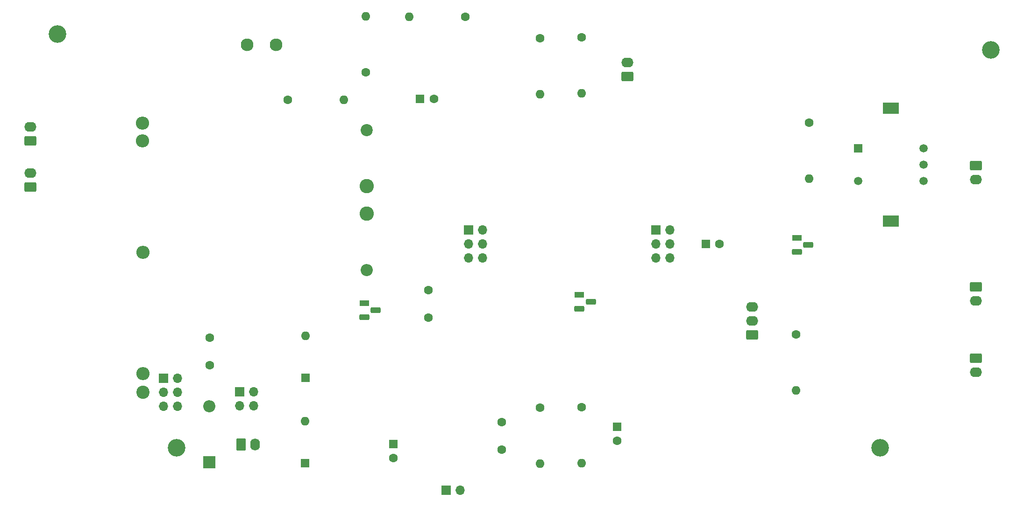
<source format=gbr>
%TF.GenerationSoftware,KiCad,Pcbnew,9.0.0*%
%TF.CreationDate,2026-01-23T13:08:47+00:00*%
%TF.ProjectId,LadybirdRadioUpdated,4c616479-6269-4726-9452-6164696f5570,rev?*%
%TF.SameCoordinates,Original*%
%TF.FileFunction,Soldermask,Bot*%
%TF.FilePolarity,Negative*%
%FSLAX46Y46*%
G04 Gerber Fmt 4.6, Leading zero omitted, Abs format (unit mm)*
G04 Created by KiCad (PCBNEW 9.0.0) date 2026-01-23 13:08:47*
%MOMM*%
%LPD*%
G01*
G04 APERTURE LIST*
G04 Aperture macros list*
%AMRoundRect*
0 Rectangle with rounded corners*
0 $1 Rounding radius*
0 $2 $3 $4 $5 $6 $7 $8 $9 X,Y pos of 4 corners*
0 Add a 4 corners polygon primitive as box body*
4,1,4,$2,$3,$4,$5,$6,$7,$8,$9,$2,$3,0*
0 Add four circle primitives for the rounded corners*
1,1,$1+$1,$2,$3*
1,1,$1+$1,$4,$5*
1,1,$1+$1,$6,$7*
1,1,$1+$1,$8,$9*
0 Add four rect primitives between the rounded corners*
20,1,$1+$1,$2,$3,$4,$5,0*
20,1,$1+$1,$4,$5,$6,$7,0*
20,1,$1+$1,$6,$7,$8,$9,0*
20,1,$1+$1,$8,$9,$2,$3,0*%
G04 Aperture macros list end*
%ADD10C,2.400000*%
%ADD11O,2.400000X2.400000*%
%ADD12R,1.600000X1.600000*%
%ADD13C,1.600000*%
%ADD14O,1.600000X1.600000*%
%ADD15R,1.700000X1.700000*%
%ADD16O,1.700000X1.700000*%
%ADD17RoundRect,0.250000X0.845000X-0.620000X0.845000X0.620000X-0.845000X0.620000X-0.845000X-0.620000X0*%
%ADD18O,2.190000X1.740000*%
%ADD19R,1.800000X1.100000*%
%ADD20RoundRect,0.275000X-0.625000X0.275000X-0.625000X-0.275000X0.625000X-0.275000X0.625000X0.275000X0*%
%ADD21C,3.200000*%
%ADD22RoundRect,0.250000X-0.845000X0.620000X-0.845000X-0.620000X0.845000X-0.620000X0.845000X0.620000X0*%
%ADD23C,2.300000*%
%ADD24RoundRect,0.250000X-0.620000X-0.845000X0.620000X-0.845000X0.620000X0.845000X-0.620000X0.845000X0*%
%ADD25O,1.740000X2.190000*%
%ADD26R,2.200000X2.200000*%
%ADD27O,2.200000X2.200000*%
%ADD28R,3.000000X2.000000*%
%ADD29R,1.520000X1.520000*%
%ADD30C,1.520000*%
%ADD31C,2.200000*%
%ADD32C,2.600000*%
G04 APERTURE END LIST*
D10*
%TO.C,L1*%
X46000000Y-106200000D03*
D11*
X46000000Y-102800000D03*
X46000000Y-80850000D03*
X45950000Y-60600000D03*
X45950000Y-57350000D03*
%TD*%
D12*
%TO.C,C5*%
X91400000Y-115617621D03*
D13*
X91400000Y-118117621D03*
%TD*%
%TO.C,R8*%
X166700000Y-57240000D03*
D14*
X166700000Y-67400000D03*
%TD*%
D15*
%TO.C,J2*%
X63560000Y-106100000D03*
D16*
X66100000Y-106100000D03*
X63560000Y-108640000D03*
X66100000Y-108640000D03*
%TD*%
D17*
%TO.C,J14*%
X133820000Y-48870000D03*
D18*
X133820000Y-46330000D03*
%TD*%
D17*
%TO.C,J12*%
X25610000Y-69000000D03*
D18*
X25610000Y-66460000D03*
%TD*%
D13*
%TO.C,R1*%
X72240000Y-53100000D03*
D14*
X82400000Y-53100000D03*
%TD*%
D15*
%TO.C,J5*%
X139000000Y-76760000D03*
D16*
X141540000Y-76760000D03*
X139000000Y-79300000D03*
X141540000Y-79300000D03*
X139000000Y-81840000D03*
X141540000Y-81840000D03*
%TD*%
D19*
%TO.C,Q3*%
X164500000Y-78220000D03*
D20*
X166570000Y-79490000D03*
X164500000Y-80760000D03*
%TD*%
D21*
%TO.C,REF\u002A\u002A*%
X199700000Y-44100000D03*
%TD*%
D12*
%TO.C,D2*%
X75400000Y-119110000D03*
D14*
X75400000Y-111490000D03*
%TD*%
D13*
%TO.C,R6*%
X125500000Y-41820000D03*
D14*
X125500000Y-51980000D03*
%TD*%
D13*
%TO.C,R7*%
X125500000Y-108920000D03*
D14*
X125500000Y-119080000D03*
%TD*%
D13*
%TO.C,C3*%
X58100000Y-101300000D03*
X58100000Y-96300000D03*
%TD*%
D22*
%TO.C,J16*%
X196990000Y-65090000D03*
D18*
X196990000Y-67630000D03*
%TD*%
D13*
%TO.C,R9*%
X164400000Y-95680000D03*
D14*
X164400000Y-105840000D03*
%TD*%
D13*
%TO.C,R2*%
X86400000Y-48160000D03*
D14*
X86400000Y-38000000D03*
%TD*%
D23*
%TO.C,C2*%
X64850000Y-43100000D03*
X70150000Y-43100000D03*
%TD*%
D13*
%TO.C,C9*%
X97700000Y-87700000D03*
X97700000Y-92700000D03*
%TD*%
D24*
%TO.C,J13*%
X63760000Y-115700000D03*
D25*
X66300000Y-115700000D03*
%TD*%
D22*
%TO.C,J17*%
X196990000Y-100060000D03*
D18*
X196990000Y-102600000D03*
%TD*%
D22*
%TO.C,J18*%
X196990000Y-87060000D03*
D18*
X196990000Y-89600000D03*
%TD*%
D19*
%TO.C,Q1*%
X86130000Y-90030000D03*
D20*
X88200000Y-91300000D03*
X86130000Y-92570000D03*
%TD*%
D13*
%TO.C,C6*%
X111000000Y-111600000D03*
X111000000Y-116600000D03*
%TD*%
D21*
%TO.C,REF\u002A\u002A*%
X52100000Y-116300000D03*
%TD*%
D13*
%TO.C,R4*%
X118000000Y-41940000D03*
D14*
X118000000Y-52100000D03*
%TD*%
D13*
%TO.C,R3*%
X104400000Y-38020000D03*
D14*
X94240000Y-38020000D03*
%TD*%
D26*
%TO.C,D3*%
X58000000Y-118880000D03*
D27*
X58000000Y-108720000D03*
%TD*%
D15*
%TO.C,J1*%
X49760000Y-103700000D03*
D16*
X52300000Y-103700000D03*
X49760000Y-106240000D03*
X52300000Y-106240000D03*
X49760000Y-108780000D03*
X52300000Y-108780000D03*
%TD*%
D13*
%TO.C,R5*%
X118000000Y-109040000D03*
D14*
X118000000Y-119200000D03*
%TD*%
D12*
%TO.C,D1*%
X75500000Y-103620000D03*
D14*
X75500000Y-96000000D03*
%TD*%
D28*
%TO.C,T1*%
X181565000Y-54620000D03*
X181565000Y-75170000D03*
D29*
X175655000Y-61900000D03*
D30*
X175655000Y-67900000D03*
X187455000Y-67900000D03*
X187455000Y-64900000D03*
X187455000Y-61900000D03*
%TD*%
D15*
%TO.C,J3*%
X100960000Y-124000000D03*
D16*
X103500000Y-124000000D03*
%TD*%
D12*
%TO.C,C4*%
X96217621Y-53000000D03*
D13*
X98717621Y-53000000D03*
%TD*%
D21*
%TO.C,REF\u002A\u002A*%
X30500000Y-41200000D03*
%TD*%
D19*
%TO.C,Q2*%
X125100000Y-88480000D03*
D20*
X127170000Y-89750000D03*
X125100000Y-91020000D03*
%TD*%
D21*
%TO.C,REF\u002A\u002A*%
X179600000Y-116300000D03*
%TD*%
D17*
%TO.C,J15*%
X156400000Y-95840000D03*
D18*
X156400000Y-93300000D03*
X156400000Y-90760000D03*
%TD*%
D15*
%TO.C,J4*%
X105000000Y-76720000D03*
D16*
X107540000Y-76720000D03*
X105000000Y-79260000D03*
X107540000Y-79260000D03*
X105000000Y-81800000D03*
X107540000Y-81800000D03*
%TD*%
D31*
%TO.C,L3*%
X86550000Y-58600000D03*
D32*
X86600000Y-68800000D03*
X86600000Y-73800000D03*
D27*
X86550000Y-84000000D03*
%TD*%
D12*
%TO.C,C7*%
X131900000Y-112500000D03*
D13*
X131900000Y-115000000D03*
%TD*%
D12*
%TO.C,C8*%
X148000000Y-79300000D03*
D13*
X150500000Y-79300000D03*
%TD*%
D17*
%TO.C,J11*%
X25610000Y-60600000D03*
D18*
X25610000Y-58060000D03*
%TD*%
M02*

</source>
